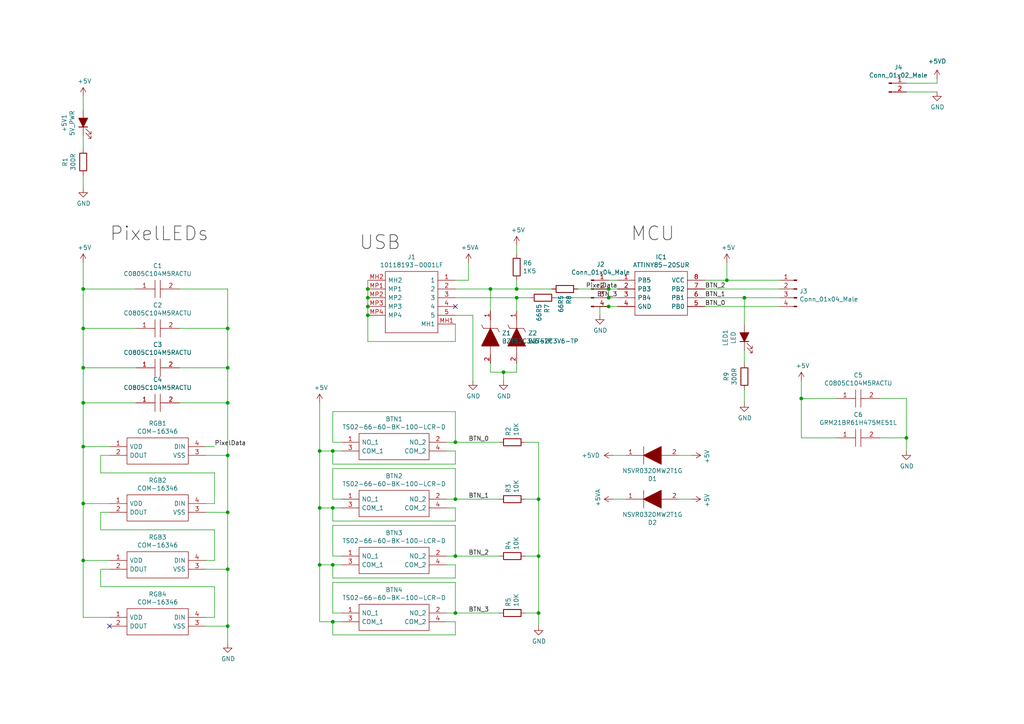
<source format=kicad_sch>
(kicad_sch (version 20230121) (generator eeschema)
  (paper "A4")
  (lib_symbols
    (symbol "CTF_Flag-rescue:10118193-0001LF-SamacSys_Parts" (pin_names (offset 0.762))
      (property "Reference" "J" (at 21.59 7.62 0))
      (property "Value" "SamacSys_Parts_10118193-0001LF" (at 21.59 5.08 0))
      (symbol "10118193-0001LF-SamacSys_Parts_0_0"
        (pin passive line (at 0 0 0) (length 5.08) (name "1") (number "1"))
        (pin passive line (at 0 -2.54 0) (length 5.08) (name "2") (number "2"))
        (pin passive line (at 0 -5.08 0) (length 5.08) (name "3") (number "3"))
        (pin passive line (at 0 -7.62 0) (length 5.08) (name "4") (number "4"))
        (pin passive line (at 0 -10.16 0) (length 5.08) (name "5") (number "5"))
        (pin passive line (at 0 -12.7 0) (length 5.08) (name "MH1") (number "MH1"))
        (pin passive line (at 25.4 0 180) (length 5.08) (name "MH2") (number "MH2"))
        (pin passive line (at 25.4 -2.54 180) (length 5.08) (name "MP1") (number "MP1"))
        (pin passive line (at 25.4 -5.08 180) (length 5.08) (name "MP2") (number "MP2"))
        (pin passive line (at 25.4 -7.62 180) (length 5.08) (name "MP3") (number "MP3"))
        (pin passive line (at 25.4 -10.16 180) (length 5.08) (name "MP4") (number "MP4"))
      )
      (symbol "10118193-0001LF-SamacSys_Parts_0_1"
        (polyline (pts (xy 5.08 2.54) (xy 20.32 2.54) (xy 20.32 -15.24) (xy 5.08 -15.24) (xy 5.08 2.54)) (stroke (width 0.1524)))
      )
    )
    (symbol "CTF_Flag-rescue:ATTINY85-20SUR-SamacSys_Parts" (pin_names (offset 0.762))
      (property "Reference" "IC" (at 21.59 7.62 0))
      (property "Value" "SamacSys_Parts_ATTINY85-20SUR" (at 21.59 5.08 0))
      (symbol "ATTINY85-20SUR-SamacSys_Parts_0_0"
        (pin passive line (at 0 0 0) (length 5.08) (name "PB5") (number "1"))
        (pin passive line (at 0 -2.54 0) (length 5.08) (name "PB3") (number "2"))
        (pin passive line (at 0 -5.08 0) (length 5.08) (name "PB4") (number "3"))
        (pin passive line (at 0 -7.62 0) (length 5.08) (name "GND") (number "4"))
        (pin passive line (at 25.4 -7.62 180) (length 5.08) (name "PB0") (number "5"))
        (pin passive line (at 25.4 -5.08 180) (length 5.08) (name "PB1") (number "6"))
        (pin passive line (at 25.4 -2.54 180) (length 5.08) (name "PB2") (number "7"))
        (pin passive line (at 25.4 0 180) (length 5.08) (name "VCC") (number "8"))
      )
      (symbol "ATTINY85-20SUR-SamacSys_Parts_0_1"
        (polyline (pts (xy 5.08 2.54) (xy 20.32 2.54) (xy 20.32 -10.16) (xy 5.08 -10.16) (xy 5.08 2.54)) (stroke (width 0.1524)))
      )
    )
    (symbol "CTF_Flag-rescue:BZT52C3V6-TP-SamacSys_Parts" (pin_names (offset 0.762))
      (property "Reference" "Z" (at 10.16 8.89 0))
      (property "Value" "SamacSys_Parts_BZT52C3V6-TP" (at 10.16 6.35 0))
      (symbol "BZT52C3V6-TP-SamacSys_Parts_0_0"
        (pin passive line (at 0 0 0) (length 2.54) (name "~") (number "1"))
        (pin passive line (at 15.24 0 180) (length 2.54) (name "~") (number "2"))
      )
      (symbol "BZT52C3V6-TP-SamacSys_Parts_0_1"
        (polyline (pts (xy 2.54 0) (xy 5.08 0)) (stroke (width 0.1524)))
        (polyline (pts (xy 4.064 -2.54) (xy 5.08 -2.032)) (stroke (width 0.1524)))
        (polyline (pts (xy 5.08 2.032) (xy 5.08 -2.032)) (stroke (width 0.1524)))
        (polyline (pts (xy 5.08 2.032) (xy 6.096 2.54)) (stroke (width 0.1524)))
        (polyline (pts (xy 12.7 0) (xy 10.16 0)) (stroke (width 0.1524)))
        (polyline (pts (xy 5.08 0) (xy 10.16 2.54) (xy 10.16 -2.54) (xy 5.08 0)) (stroke (width 0.254)) (fill (type outline)))
      )
    )
    (symbol "CTF_Flag-rescue:C0805C104M5RACTU-SamacSys_Parts" (pin_names (offset 0.762))
      (property "Reference" "C" (at 8.89 6.35 0))
      (property "Value" "SamacSys_Parts_C0805C104M5RACTU" (at 8.89 3.81 0))
      (symbol "C0805C104M5RACTU-SamacSys_Parts_0_0"
        (pin passive line (at 0 0 0) (length 5.08) (name "~") (number "1"))
        (pin passive line (at 12.7 0 180) (length 5.08) (name "~") (number "2"))
      )
      (symbol "C0805C104M5RACTU-SamacSys_Parts_0_1"
        (polyline (pts (xy 5.08 0) (xy 5.588 0)) (stroke (width 0.1524)))
        (polyline (pts (xy 5.588 2.54) (xy 5.588 -2.54)) (stroke (width 0.1524)))
        (polyline (pts (xy 7.112 0) (xy 7.62 0)) (stroke (width 0.1524)))
        (polyline (pts (xy 7.112 2.54) (xy 7.112 -2.54)) (stroke (width 0.1524)))
      )
    )
    (symbol "CTF_Flag-rescue:COM-16346-SamacSys_Parts" (pin_names (offset 0.762))
      (property "Reference" "IC" (at 24.13 7.62 0))
      (property "Value" "SamacSys_Parts_COM-16346" (at 24.13 5.08 0))
      (symbol "COM-16346-SamacSys_Parts_0_0"
        (pin passive line (at 0 0 0) (length 5.08) (name "VDD") (number "1"))
        (pin passive line (at 0 -2.54 0) (length 5.08) (name "DOUT") (number "2"))
        (pin passive line (at 27.94 -2.54 180) (length 5.08) (name "VSS") (number "3"))
        (pin passive line (at 27.94 0 180) (length 5.08) (name "DIN") (number "4"))
      )
      (symbol "COM-16346-SamacSys_Parts_0_1"
        (polyline (pts (xy 5.08 2.54) (xy 22.86 2.54) (xy 22.86 -5.08) (xy 5.08 -5.08) (xy 5.08 2.54)) (stroke (width 0.1524)))
      )
    )
    (symbol "CTF_Flag-rescue:Conn_01x02_Male-Connector" (pin_names (offset 1.016) hide)
      (property "Reference" "J" (at 0 2.54 0))
      (property "Value" "Connector_Conn_01x02_Male" (at 0 -5.08 0))
      (symbol "Conn_01x02_Male-Connector_1_1"
        (polyline (pts (xy 1.27 -2.54) (xy 0.8636 -2.54)) (stroke (width 0.1524)))
        (polyline (pts (xy 1.27 0) (xy 0.8636 0)) (stroke (width 0.1524)))
        (rectangle (start 0.8636 -2.413) (end 0 -2.667) (stroke (width 0.1524)) (fill (type outline)))
        (rectangle (start 0.8636 0.127) (end 0 -0.127) (stroke (width 0.1524)) (fill (type outline)))
        (pin passive line (at 5.08 0 180) (length 3.81) (name "Pin_1") (number "1"))
        (pin passive line (at 5.08 -2.54 180) (length 3.81) (name "Pin_2") (number "2"))
      )
    )
    (symbol "CTF_Flag-rescue:Conn_01x04_Male-Connector" (pin_names (offset 1.016) hide)
      (property "Reference" "J" (at 0 5.08 0))
      (property "Value" "Connector_Conn_01x04_Male" (at 0 -7.62 0))
      (symbol "Conn_01x04_Male-Connector_1_1"
        (polyline (pts (xy 1.27 -5.08) (xy 0.8636 -5.08)) (stroke (width 0.1524)))
        (polyline (pts (xy 1.27 -2.54) (xy 0.8636 -2.54)) (stroke (width 0.1524)))
        (polyline (pts (xy 1.27 0) (xy 0.8636 0)) (stroke (width 0.1524)))
        (polyline (pts (xy 1.27 2.54) (xy 0.8636 2.54)) (stroke (width 0.1524)))
        (rectangle (start 0.8636 -4.953) (end 0 -5.207) (stroke (width 0.1524)) (fill (type outline)))
        (rectangle (start 0.8636 -2.413) (end 0 -2.667) (stroke (width 0.1524)) (fill (type outline)))
        (rectangle (start 0.8636 0.127) (end 0 -0.127) (stroke (width 0.1524)) (fill (type outline)))
        (rectangle (start 0.8636 2.667) (end 0 2.413) (stroke (width 0.1524)) (fill (type outline)))
        (pin passive line (at 5.08 2.54 180) (length 3.81) (name "Pin_1") (number "1"))
        (pin passive line (at 5.08 0 180) (length 3.81) (name "Pin_2") (number "2"))
        (pin passive line (at 5.08 -2.54 180) (length 3.81) (name "Pin_3") (number "3"))
        (pin passive line (at 5.08 -5.08 180) (length 3.81) (name "Pin_4") (number "4"))
      )
    )
    (symbol "CTF_Flag-rescue:GRM21BR61H475ME51L-SamacSys_Parts" (pin_names (offset 0.762))
      (property "Reference" "C" (at 8.89 6.35 0))
      (property "Value" "SamacSys_Parts_GRM21BR61H475ME51L" (at 8.89 3.81 0))
      (symbol "GRM21BR61H475ME51L-SamacSys_Parts_0_0"
        (pin passive line (at 0 0 0) (length 5.08) (name "~") (number "1"))
        (pin passive line (at 12.7 0 180) (length 5.08) (name "~") (number "2"))
      )
      (symbol "GRM21BR61H475ME51L-SamacSys_Parts_0_1"
        (polyline (pts (xy 5.08 0) (xy 5.588 0)) (stroke (width 0.1524)))
        (polyline (pts (xy 5.588 2.54) (xy 5.588 -2.54)) (stroke (width 0.1524)))
        (polyline (pts (xy 7.112 0) (xy 7.62 0)) (stroke (width 0.1524)))
        (polyline (pts (xy 7.112 2.54) (xy 7.112 -2.54)) (stroke (width 0.1524)))
      )
    )
    (symbol "CTF_Flag-rescue:LED_ALT-Device" (pin_numbers hide) (pin_names (offset 1.016) hide)
      (property "Reference" "D" (at 0 2.54 0))
      (property "Value" "Device_LED_ALT" (at 0 -2.54 0))
      (symbol "LED_ALT-Device_0_1"
        (polyline (pts (xy -1.27 -1.27) (xy -1.27 1.27)) (stroke (width 0.254)))
        (polyline (pts (xy -1.27 0) (xy 1.27 0)))
        (polyline (pts (xy 1.27 -1.27) (xy 1.27 1.27) (xy -1.27 0) (xy 1.27 -1.27)) (stroke (width 0.254)) (fill (type outline)))
        (polyline (pts (xy -3.048 -0.762) (xy -4.572 -2.286) (xy -3.81 -2.286) (xy -4.572 -2.286) (xy -4.572 -1.524)))
        (polyline (pts (xy -1.778 -0.762) (xy -3.302 -2.286) (xy -2.54 -2.286) (xy -3.302 -2.286) (xy -3.302 -1.524)))
      )
      (symbol "LED_ALT-Device_1_1"
        (pin passive line (at -3.81 0 0) (length 2.54) (name "K") (number "1"))
        (pin passive line (at 3.81 0 180) (length 2.54) (name "A") (number "2"))
      )
    )
    (symbol "CTF_Flag-rescue:NSVR0320MW2T1G-SamacSys_Parts" (pin_names (offset 0.762))
      (property "Reference" "D" (at 11.43 5.08 0))
      (property "Value" "SamacSys_Parts_NSVR0320MW2T1G" (at 11.43 2.54 0))
      (symbol "NSVR0320MW2T1G-SamacSys_Parts_0_0"
        (pin passive line (at 0 0 0) (length 2.54) (name "~") (number "1"))
        (pin passive line (at 15.24 0 180) (length 2.54) (name "~") (number "2"))
      )
      (symbol "NSVR0320MW2T1G-SamacSys_Parts_0_1"
        (polyline (pts (xy 2.54 0) (xy 5.08 0)) (stroke (width 0.1524)))
        (polyline (pts (xy 5.08 2.54) (xy 5.08 -2.54)) (stroke (width 0.1524)))
        (polyline (pts (xy 10.16 0) (xy 12.7 0)) (stroke (width 0.1524)))
        (polyline (pts (xy 5.08 0) (xy 10.16 2.54) (xy 10.16 -2.54) (xy 5.08 0)) (stroke (width 0.254)) (fill (type outline)))
      )
    )
    (symbol "Device:R" (pin_numbers hide) (pin_names (offset 0))
      (property "Reference" "R" (at 2.032 0 90))
      (property "Value" "R" (at 0 0 90))
      (symbol "R_0_1"
        (rectangle (start -1.016 -2.54) (end 1.016 2.54) (stroke (width 0.254)))
      )
      (symbol "R_1_1"
        (pin passive line (at 0 3.81 270) (length 1.27) (name "~") (number "1"))
        (pin passive line (at 0 -3.81 90) (length 1.27) (name "~") (number "2"))
      )
    )
    (symbol "SamacSys_Parts:TS02-66-60-BK-100-LCR-D" (pin_names (offset 0.762))
      (property "Reference" "IC" (at 26.67 7.62 0))
      (property "Value" "TS02-66-60-BK-100-LCR-D" (at 26.67 5.08 0))
      (symbol "TS02-66-60-BK-100-LCR-D_0_0"
        (pin passive line (at 0 0 0) (length 5.08) (name "NO_1") (number "1"))
        (pin passive line (at 30.48 0 180) (length 5.08) (name "NO_2") (number "2"))
        (pin passive line (at 0 -2.54 0) (length 5.08) (name "COM_1") (number "3"))
        (pin passive line (at 30.48 -2.54 180) (length 5.08) (name "COM_2") (number "4"))
      )
      (symbol "TS02-66-60-BK-100-LCR-D_0_1"
        (polyline (pts (xy 5.08 2.54) (xy 25.4 2.54) (xy 25.4 -5.08) (xy 5.08 -5.08) (xy 5.08 2.54)) (stroke (width 0.1524)))
      )
    )
    (symbol "power:+5V" (power) (pin_names (offset 0))
      (property "Value" "+5V" (at 0 3.556 0))
      (symbol "+5V_0_1"
        (polyline (pts (xy -0.762 1.27) (xy 0 2.54)))
        (polyline (pts (xy 0 0) (xy 0 2.54)))
        (polyline (pts (xy 0 2.54) (xy 0.762 1.27)))
      )
      (symbol "+5V_1_1"
        (pin power_in line (at 0 0 90) (length 0) hide (name "+5V") (number "1"))
      )
    )
    (symbol "power:+5VA" (power) (pin_names (offset 0))
      (property "Value" "+5VA" (at 0 3.556 0))
      (symbol "+5VA_0_1"
        (polyline (pts (xy -0.762 1.27) (xy 0 2.54)))
        (polyline (pts (xy 0 0) (xy 0 2.54)))
        (polyline (pts (xy 0 2.54) (xy 0.762 1.27)))
      )
      (symbol "+5VA_1_1"
        (pin power_in line (at 0 0 90) (length 0) hide (name "+5VA") (number "1"))
      )
    )
    (symbol "power:+5VD" (power) (pin_names (offset 0))
      (property "Value" "+5VD" (at 0 3.556 0))
      (symbol "+5VD_0_1"
        (polyline (pts (xy -0.762 1.27) (xy 0 2.54)))
        (polyline (pts (xy 0 0) (xy 0 2.54)))
        (polyline (pts (xy 0 2.54) (xy 0.762 1.27)))
      )
      (symbol "+5VD_1_1"
        (pin power_in line (at 0 0 90) (length 0) hide (name "+5VD") (number "1"))
      )
    )
    (symbol "power:GND" (power) (pin_names (offset 0))
      (property "Value" "GND" (at 0 -3.81 0))
      (symbol "GND_0_1"
        (polyline (pts (xy 0 0) (xy 0 -1.27) (xy 1.27 -1.27) (xy 0 -2.54) (xy -1.27 -1.27) (xy 0 -1.27)))
      )
      (symbol "GND_1_1"
        (pin power_in line (at 0 0 270) (length 0) hide (name "GND") (number "1"))
      )
    )
  )
  (junction (at 66.04 165.1))
  (junction (at 24.13 106.68))
  (junction (at 262.89 127))
  (junction (at 92.71 163.83))
  (junction (at 96.52 180.34))
  (junction (at 24.13 146.05))
  (junction (at 132.08 128.27))
  (junction (at 156.21 161.29))
  (junction (at 24.13 116.84))
  (junction (at 176.53 88.9))
  (junction (at 176.53 86.36))
  (junction (at 215.9 86.36))
  (junction (at 92.71 147.32))
  (junction (at 66.04 106.68))
  (junction (at 66.04 95.25))
  (junction (at 96.52 130.81))
  (junction (at 66.04 181.61))
  (junction (at 149.86 86.36))
  (junction (at 66.04 148.59))
  (junction (at 176.53 83.82))
  (junction (at 96.52 163.83))
  (junction (at 66.04 132.08))
  (junction (at 106.68 91.44))
  (junction (at 156.21 177.8))
  (junction (at 24.13 162.56))
  (junction (at 146.05 107.95))
  (junction (at 156.21 144.78))
  (junction (at 96.52 147.32))
  (junction (at 106.68 88.9))
  (junction (at 149.86 83.82))
  (junction (at 132.08 177.8))
  (junction (at 24.13 129.54))
  (junction (at 24.13 95.25))
  (junction (at 24.13 83.82))
  (junction (at 232.41 115.57))
  (junction (at 132.08 144.78))
  (junction (at 210.82 81.28))
  (junction (at 106.68 83.82))
  (junction (at 142.24 83.82))
  (junction (at 66.04 116.84))
  (junction (at 132.08 161.29))
  (junction (at 92.71 130.81))
  (junction (at 106.68 86.36))
  (no_connect (at 31.75 181.61))
  (no_connect (at 132.08 88.9))
  (wire (pts (xy 96.52 119.38) (xy 132.08 119.38)))
  (wire (pts (xy 52.07 116.84) (xy 66.04 116.84)))
  (wire (pts (xy 132.08 152.4) (xy 132.08 161.29)))
  (wire (pts (xy 96.52 163.83) (xy 99.06 163.83)))
  (wire (pts (xy 226.06 81.28) (xy 210.82 81.28)))
  (wire (pts (xy 52.07 106.68) (xy 66.04 106.68)))
  (wire (pts (xy 132.08 128.27) (xy 129.54 128.27)))
  (wire (pts (xy 215.9 86.36) (xy 226.06 86.36)))
  (wire (pts (xy 271.78 22.86) (xy 271.78 24.13)))
  (wire (pts (xy 179.07 81.28) (xy 176.53 81.28)))
  (wire (pts (xy 242.57 127) (xy 232.41 127)))
  (wire (pts (xy 92.71 130.81) (xy 92.71 147.32)))
  (wire (pts (xy 96.52 128.27) (xy 96.52 119.38)))
  (wire (pts (xy 31.75 165.1) (xy 29.21 165.1)))
  (wire (pts (xy 129.54 147.32) (xy 132.08 147.32)))
  (wire (pts (xy 24.13 95.25) (xy 24.13 83.82)))
  (wire (pts (xy 129.54 180.34) (xy 132.08 180.34)))
  (wire (pts (xy 96.52 180.34) (xy 92.71 180.34)))
  (wire (pts (xy 204.47 83.82) (xy 226.06 83.82)))
  (wire (pts (xy 132.08 99.06) (xy 106.68 99.06)))
  (wire (pts (xy 31.75 132.08) (xy 29.21 132.08)))
  (wire (pts (xy 31.75 179.07) (xy 24.13 179.07)))
  (wire (pts (xy 152.4 177.8) (xy 156.21 177.8)))
  (wire (pts (xy 215.9 113.03) (xy 215.9 116.84)))
  (wire (pts (xy 96.52 130.81) (xy 99.06 130.81)))
  (wire (pts (xy 92.71 147.32) (xy 96.52 147.32)))
  (wire (pts (xy 62.23 153.67) (xy 62.23 162.56)))
  (wire (pts (xy 156.21 161.29) (xy 156.21 144.78)))
  (wire (pts (xy 62.23 162.56) (xy 59.69 162.56)))
  (wire (pts (xy 29.21 132.08) (xy 29.21 137.16)))
  (wire (pts (xy 156.21 144.78) (xy 152.4 144.78)))
  (wire (pts (xy 59.69 165.1) (xy 66.04 165.1)))
  (wire (pts (xy 132.08 184.15) (xy 96.52 184.15)))
  (wire (pts (xy 255.27 127) (xy 262.89 127)))
  (wire (pts (xy 132.08 180.34) (xy 132.08 184.15)))
  (wire (pts (xy 132.08 81.28) (xy 135.89 81.28)))
  (wire (pts (xy 149.86 81.28) (xy 149.86 83.82)))
  (wire (pts (xy 132.08 161.29) (xy 144.78 161.29)))
  (wire (pts (xy 106.68 83.82) (xy 106.68 81.28)))
  (wire (pts (xy 24.13 39.37) (xy 24.13 43.18)))
  (wire (pts (xy 66.04 132.08) (xy 66.04 148.59)))
  (wire (pts (xy 31.75 129.54) (xy 24.13 129.54)))
  (wire (pts (xy 96.52 130.81) (xy 92.71 130.81)))
  (wire (pts (xy 142.24 107.95) (xy 146.05 107.95)))
  (wire (pts (xy 132.08 177.8) (xy 129.54 177.8)))
  (wire (pts (xy 92.71 163.83) (xy 92.71 147.32)))
  (wire (pts (xy 66.04 116.84) (xy 66.04 132.08)))
  (wire (pts (xy 129.54 130.81) (xy 132.08 130.81)))
  (wire (pts (xy 66.04 186.69) (xy 66.04 181.61)))
  (wire (pts (xy 62.23 137.16) (xy 62.23 146.05)))
  (wire (pts (xy 156.21 177.8) (xy 156.21 181.61)))
  (wire (pts (xy 96.52 163.83) (xy 92.71 163.83)))
  (wire (pts (xy 149.86 107.95) (xy 149.86 105.41)))
  (wire (pts (xy 153.67 86.36) (xy 149.86 86.36)))
  (wire (pts (xy 132.08 93.98) (xy 132.08 99.06)))
  (wire (pts (xy 52.07 95.25) (xy 66.04 95.25)))
  (wire (pts (xy 24.13 106.68) (xy 24.13 95.25)))
  (wire (pts (xy 29.21 165.1) (xy 29.21 170.18)))
  (wire (pts (xy 24.13 76.2) (xy 24.13 83.82)))
  (wire (pts (xy 99.06 144.78) (xy 96.52 144.78)))
  (wire (pts (xy 132.08 130.81) (xy 132.08 134.62)))
  (wire (pts (xy 149.86 83.82) (xy 160.02 83.82)))
  (wire (pts (xy 177.8 144.78) (xy 181.61 144.78)))
  (wire (pts (xy 99.06 177.8) (xy 96.52 177.8)))
  (wire (pts (xy 29.21 153.67) (xy 62.23 153.67)))
  (wire (pts (xy 62.23 179.07) (xy 59.69 179.07)))
  (wire (pts (xy 146.05 110.49) (xy 146.05 107.95)))
  (wire (pts (xy 132.08 144.78) (xy 144.78 144.78)))
  (wire (pts (xy 62.23 170.18) (xy 62.23 179.07)))
  (wire (pts (xy 262.89 115.57) (xy 262.89 127)))
  (wire (pts (xy 24.13 179.07) (xy 24.13 162.56)))
  (wire (pts (xy 132.08 151.13) (xy 96.52 151.13)))
  (wire (pts (xy 176.53 88.9) (xy 173.99 88.9)))
  (wire (pts (xy 59.69 129.54) (xy 62.23 129.54)))
  (wire (pts (xy 96.52 184.15) (xy 96.52 180.34)))
  (wire (pts (xy 204.47 81.28) (xy 210.82 81.28)))
  (wire (pts (xy 106.68 86.36) (xy 106.68 83.82)))
  (wire (pts (xy 132.08 177.8) (xy 144.78 177.8)))
  (wire (pts (xy 106.68 91.44) (xy 106.68 88.9)))
  (wire (pts (xy 96.52 135.89) (xy 132.08 135.89)))
  (wire (pts (xy 62.23 146.05) (xy 59.69 146.05)))
  (wire (pts (xy 24.13 116.84) (xy 24.13 106.68)))
  (wire (pts (xy 92.71 180.34) (xy 92.71 163.83)))
  (wire (pts (xy 39.37 95.25) (xy 24.13 95.25)))
  (wire (pts (xy 142.24 83.82) (xy 142.24 90.17)))
  (wire (pts (xy 173.99 88.9) (xy 173.99 91.44)))
  (wire (pts (xy 29.21 148.59) (xy 29.21 153.67)))
  (wire (pts (xy 156.21 177.8) (xy 156.21 161.29)))
  (wire (pts (xy 132.08 144.78) (xy 129.54 144.78)))
  (wire (pts (xy 132.08 135.89) (xy 132.08 144.78)))
  (wire (pts (xy 29.21 137.16) (xy 62.23 137.16)))
  (wire (pts (xy 96.52 152.4) (xy 132.08 152.4)))
  (wire (pts (xy 132.08 167.64) (xy 96.52 167.64)))
  (wire (pts (xy 152.4 128.27) (xy 156.21 128.27)))
  (wire (pts (xy 255.27 115.57) (xy 262.89 115.57)))
  (wire (pts (xy 96.52 147.32) (xy 99.06 147.32)))
  (wire (pts (xy 262.89 26.67) (xy 271.78 26.67)))
  (wire (pts (xy 156.21 128.27) (xy 156.21 144.78)))
  (wire (pts (xy 232.41 127) (xy 232.41 115.57)))
  (wire (pts (xy 24.13 129.54) (xy 24.13 116.84)))
  (wire (pts (xy 132.08 134.62) (xy 96.52 134.62)))
  (wire (pts (xy 39.37 106.68) (xy 24.13 106.68)))
  (wire (pts (xy 29.21 170.18) (xy 62.23 170.18)))
  (wire (pts (xy 215.9 86.36) (xy 215.9 93.98)))
  (wire (pts (xy 24.13 31.75) (xy 24.13 27.94)))
  (wire (pts (xy 24.13 162.56) (xy 31.75 162.56)))
  (wire (pts (xy 146.05 107.95) (xy 149.86 107.95)))
  (wire (pts (xy 59.69 132.08) (xy 66.04 132.08)))
  (wire (pts (xy 66.04 95.25) (xy 66.04 83.82)))
  (wire (pts (xy 96.52 180.34) (xy 99.06 180.34)))
  (wire (pts (xy 96.52 151.13) (xy 96.52 147.32)))
  (wire (pts (xy 210.82 81.28) (xy 210.82 76.2)))
  (wire (pts (xy 132.08 128.27) (xy 144.78 128.27)))
  (wire (pts (xy 66.04 106.68) (xy 66.04 116.84)))
  (wire (pts (xy 196.85 132.08) (xy 200.66 132.08)))
  (wire (pts (xy 132.08 119.38) (xy 132.08 128.27)))
  (wire (pts (xy 106.68 99.06) (xy 106.68 91.44)))
  (wire (pts (xy 149.86 71.12) (xy 149.86 73.66)))
  (wire (pts (xy 179.07 86.36) (xy 176.53 86.36)))
  (wire (pts (xy 66.04 181.61) (xy 66.04 165.1)))
  (wire (pts (xy 132.08 83.82) (xy 142.24 83.82)))
  (wire (pts (xy 66.04 95.25) (xy 66.04 106.68)))
  (wire (pts (xy 179.07 83.82) (xy 176.53 83.82)))
  (wire (pts (xy 137.16 91.44) (xy 132.08 91.44)))
  (wire (pts (xy 66.04 165.1) (xy 66.04 148.59)))
  (wire (pts (xy 149.86 86.36) (xy 149.86 90.17)))
  (wire (pts (xy 31.75 146.05) (xy 24.13 146.05)))
  (wire (pts (xy 96.52 152.4) (xy 96.52 161.29)))
  (wire (pts (xy 262.89 130.81) (xy 262.89 127)))
  (wire (pts (xy 232.41 110.49) (xy 232.41 115.57)))
  (wire (pts (xy 66.04 148.59) (xy 59.69 148.59)))
  (wire (pts (xy 96.52 177.8) (xy 96.52 168.91)))
  (wire (pts (xy 226.06 88.9) (xy 204.47 88.9)))
  (wire (pts (xy 96.52 144.78) (xy 96.52 135.89)))
  (wire (pts (xy 24.13 83.82) (xy 39.37 83.82)))
  (wire (pts (xy 137.16 110.49) (xy 137.16 91.44)))
  (wire (pts (xy 204.47 86.36) (xy 215.9 86.36)))
  (wire (pts (xy 24.13 146.05) (xy 24.13 162.56)))
  (wire (pts (xy 96.52 167.64) (xy 96.52 163.83)))
  (wire (pts (xy 24.13 50.8) (xy 24.13 54.61)))
  (wire (pts (xy 262.89 24.13) (xy 271.78 24.13)))
  (wire (pts (xy 132.08 163.83) (xy 132.08 167.64)))
  (wire (pts (xy 196.85 144.78) (xy 200.66 144.78)))
  (wire (pts (xy 92.71 116.84) (xy 92.71 130.81)))
  (wire (pts (xy 39.37 116.84) (xy 24.13 116.84)))
  (wire (pts (xy 232.41 115.57) (xy 242.57 115.57)))
  (wire (pts (xy 96.52 134.62) (xy 96.52 130.81)))
  (wire (pts (xy 132.08 168.91) (xy 132.08 177.8)))
  (wire (pts (xy 152.4 161.29) (xy 156.21 161.29)))
  (wire (pts (xy 149.86 86.36) (xy 132.08 86.36)))
  (wire (pts (xy 132.08 147.32) (xy 132.08 151.13)))
  (wire (pts (xy 96.52 168.91) (xy 132.08 168.91)))
  (wire (pts (xy 167.64 83.82) (xy 176.53 83.82)))
  (wire (pts (xy 24.13 129.54) (xy 24.13 146.05)))
  (wire (pts (xy 142.24 83.82) (xy 149.86 83.82)))
  (wire (pts (xy 66.04 83.82) (xy 52.07 83.82)))
  (wire (pts (xy 106.68 88.9) (xy 106.68 86.36)))
  (wire (pts (xy 129.54 163.83) (xy 132.08 163.83)))
  (wire (pts (xy 215.9 101.6) (xy 215.9 105.41)))
  (wire (pts (xy 99.06 161.29) (xy 96.52 161.29)))
  (wire (pts (xy 59.69 181.61) (xy 66.04 181.61)))
  (wire (pts (xy 129.54 161.29) (xy 132.08 161.29)))
  (wire (pts (xy 135.89 76.2) (xy 135.89 81.28)))
  (wire (pts (xy 99.06 128.27) (xy 96.52 128.27)))
  (wire (pts (xy 179.07 88.9) (xy 176.53 88.9)))
  (wire (pts (xy 177.8 132.08) (xy 181.61 132.08)))
  (wire (pts (xy 161.29 86.36) (xy 176.53 86.36)))
  (wire (pts (xy 142.24 105.41) (xy 142.24 107.95)))
  (wire (pts (xy 31.75 148.59) (xy 29.21 148.59)))
  (label "PixelData" (at 62.23 129.54 0))
  (label "BTN_3" (at 179.07 86.36 180))
  (label "BTN_1" (at 135.89 144.78 0))
  (label "USB" (at 104.14 73.66 0) (effects (font (size 3.9878 3.9878))))
  (label "PixelData" (at 179.07 83.82 180))
  (label "PixelLEDs" (at 31.75 71.12 0) (effects (font (size 3.9878 3.9878))))
  (label "BTN_1" (at 204.47 86.36 0))
  (label "MCU" (at 182.88 71.12 0) (effects (font (size 3.9878 3.9878))))
  (label "BTN_2" (at 204.47 83.82 0))
  (label "BTN_3" (at 135.89 177.8 0))
  (label "BTN_0" (at 135.89 128.27 0))
  (label "BTN_2" (at 135.89 161.29 0))
  (label "BTN_0" (at 204.47 88.9 0))
  (symbol (lib_id "CTF_Flag-rescue:GRM21BR61H475ME51L-SamacSys_Parts") (at 242.57 127 0) (unit 1)
    (property "Reference" "C6" (at 248.92 120.269 0))
    (property "Value" "GRM21BR61H475ME51L" (at 248.92 122.5804 0))
    (property "Footprint" "SamacSys_Parts:CAPC2012X145N" (effects hide))
    (property "Datasheet" "http://www.murata.com/~/media/webrenewal/support/library/catalog/products/capacitor/mlcc/c02e.pdf" (effects hide))
    (property "Description" "Multilayer Ceramic Capacitors MLCC - SMD/SMT 0805 4.7uF 50volts X5R 20%" (effects hide))
    (property "Height" "1.45" (effects hide))
    (property "Mouser Part Number" "81-GRM21BR61H475M51L" (effects hide))
    (property "Mouser Price/Stock" "https://www.mouser.co.uk/ProductDetail/Murata-Electronics/GRM21BR61H475ME51L?qs=eeBpzGFlv%252B%2Fg0wAeHy0eJw%3D%3D" (effects hide))
    (property "Manufacturer_Name" "Murata Electronics" (effects hide))
    (property "Manufacturer_Part_Number" "GRM21BR61H475ME51L" (effects hide))
  )
  (symbol (lib_id "power:+5V") (at 232.41 110.49 0) (unit 1)
    (property "Reference" "#PWR018" (effects hide))
    (property "Value" "+5V" (at 232.791 106.0958 0))
  )
  (symbol (lib_id "power:GND") (at 215.9 116.84 0) (unit 1)
    (property "Reference" "#PWR017" (effects hide))
    (property "Value" "GND" (at 216.027 121.2342 0))
  )
  (symbol (lib_id "CTF_Flag-rescue:NSVR0320MW2T1G-SamacSys_Parts") (at 181.61 132.08 0) (mirror x) (unit 1)
    (property "Reference" "D1" (at 189.23 138.8618 0))
    (property "Value" "NSVR0320MW2T1G" (at 189.23 136.5504 0))
    (property "Footprint" "SamacSys_Parts:SOD2512X110N" (effects hide))
    (property "Datasheet" "https://componentsearchengine.com/Datasheets/2/NSVR0320MW2T1G.pdf" (effects hide))
    (property "Description" "ON Semi 23V 1A, Diode, 2-Pin SOD-323 NSVR0320MW2T1G" (effects hide))
    (property "Height" "1.1" (effects hide))
    (property "Mouser Part Number" "863-NSVR0320MW2T1G" (effects hide))
    (property "Mouser Price/Stock" "https://www.mouser.co.uk/ProductDetail/onsemi/NSVR0320MW2T1G?qs=3PKVEWFFm2%252Blklj5rxaP5g%3D%3D" (effects hide))
    (property "Manufacturer_Name" "onsemi" (effects hide))
    (property "Manufacturer_Part_Number" "NSVR0320MW2T1G" (effects hide))
  )
  (symbol (lib_id "CTF_Flag-rescue:C0805C104M5RACTU-SamacSys_Parts") (at 39.37 95.25 0) (unit 1)
    (property "Reference" "C2" (at 45.72 88.519 0))
    (property "Value" "C0805C104M5RACTU" (at 45.72 90.8304 0))
    (property "Footprint" "SamacSys_Parts:C0805" (effects hide))
    (property "Datasheet" "https://content.kemet.com/datasheets/KEM_C1002_X7R_SMD.pdf" (effects hide))
    (property "Description" "SMD Comm X7R, Ceramic, 0.1 uF, 20%, 50 VDC, 125 VDC, 125?C, -55?C, X7R, SMD, MLCC, Temperature Stable, Class II, 2.5 % , 10 GOhms, 11 mg, 0805, 2mm, 1.25mm, 0.78mm, 0.75mm, 0.5mm, 4000, 78  Weeks, 80" (effects hide))
    (property "Height" "1.1" (effects hide))
    (property "Mouser Part Number" "80-C0805C104M5R" (effects hide))
    (property "Mouser Price/Stock" "https://www.mouser.co.uk/ProductDetail/KEMET/C0805C104M5RACTU?qs=VOOUd%252Bza08qHu13WgNByHQ%3D%3D" (effects hide))
    (property "Manufacturer_Name" "KEMET" (effects hide))
    (property "Manufacturer_Part_Number" "C0805C104M5RACTU" (effects hide))
  )
  (symbol (lib_id "power:+5V") (at 210.82 76.2 0) (unit 1)
    (property "Reference" "#PWR016" (effects hide))
    (property "Value" "+5V" (at 211.201 71.8058 0))
  )
  (symbol (lib_id "power:+5VD") (at 271.78 22.86 0) (unit 1)
    (property "Reference" "#PWR020" (effects hide))
    (property "Value" "+5VD" (at 271.78 17.78 0))
  )
  (symbol (lib_id "SamacSys_Parts:TS02-66-60-BK-100-LCR-D") (at 99.06 161.29 0) (unit 1)
    (property "Reference" "BTN3" (at 114.3 154.559 0))
    (property "Value" "TS02-66-60-BK-100-LCR-D" (at 114.3 156.8704 0))
    (property "Footprint" "SamacSys_Parts:TS026660BK100LCRD" (effects hide))
    (property "Datasheet" "https://www.cuidevices.com/product/resource/ts02.pdf" (effects hide))
    (property "Description" "Tactile Switches 6 x 6 mm, 6 mm Act Height, 100 gf, Black, Long Crimped, Through Hole, SPST," (effects hide))
    (property "Height" "6.2" (effects hide))
    (property "Mouser Part Number" "179-TS026660BK100LCR" (effects hide))
    (property "Mouser Price/Stock" "https://www.mouser.co.uk/ProductDetail/CUI-Devices/TS02-66-60-BK-100-LCR-D?qs=A6eO%252BMLsxmQEn9GN9b6zGQ%3D%3D" (effects hide))
    (property "Manufacturer_Name" "CUI Inc." (effects hide))
    (property "Manufacturer_Part_Number" "TS02-66-60-BK-100-LCR-D" (effects hide))
  )
  (symbol (lib_id "CTF_Flag-rescue:COM-16346-SamacSys_Parts") (at 31.75 129.54 0) (unit 1)
    (property "Reference" "RGB1" (at 45.72 122.809 0))
    (property "Value" "COM-16346" (at 45.72 125.1204 0))
    (property "Footprint" "SamacSys_Parts:COM16346" (effects hide))
    (property "Datasheet" "http://cdn.sparkfun.com/datasheets/BreakoutBoards/WS2812B.pdf" (effects hide))
    (property "Description" "LED Lighting Bars and Strips SMD LED - RGB WS2812B (Strip of 50)" (effects hide))
    (property "Height" "2.25" (effects hide))
    (property "Mouser Part Number" "474-COM-16346" (effects hide))
    (property "Mouser Price/Stock" "https://www.mouser.co.uk/ProductDetail/SparkFun/COM-16346?qs=OlC7AqGiEDnspdV1Dchx7w%3D%3D" (effects hide))
    (property "Manufacturer_Name" "SparkFun" (effects hide))
    (property "Manufacturer_Part_Number" "COM-16346" (effects hide))
  )
  (symbol (lib_id "Device:R") (at 149.86 77.47 0) (unit 1)
    (property "Reference" "R6" (at 151.638 76.3016 0) (effects (justify left)))
    (property "Value" "1K5" (at 151.638 78.613 0) (effects (justify left)))
    (property "Footprint" "Resistor_SMD:R_0805_2012Metric" (effects hide))
  )
  (symbol (lib_id "power:GND") (at 262.89 130.81 0) (unit 1)
    (property "Reference" "#PWR019" (effects hide))
    (property "Value" "GND" (at 263.017 135.2042 0))
  )
  (symbol (lib_id "power:+5V") (at 200.66 144.78 270) (unit 1)
    (property "Reference" "#PWR015" (effects hide))
    (property "Value" "+5V" (at 205.0542 145.161 0))
  )
  (symbol (lib_id "power:+5V") (at 24.13 27.94 0) (unit 1)
    (property "Reference" "#PWR01" (effects hide))
    (property "Value" "+5V" (at 24.511 23.5458 0))
  )
  (symbol (lib_id "CTF_Flag-rescue:C0805C104M5RACTU-SamacSys_Parts") (at 39.37 106.68 0) (unit 1)
    (property "Reference" "C3" (at 45.72 99.949 0))
    (property "Value" "C0805C104M5RACTU" (at 45.72 102.2604 0))
    (property "Footprint" "SamacSys_Parts:C0805" (effects hide))
    (property "Datasheet" "https://content.kemet.com/datasheets/KEM_C1002_X7R_SMD.pdf" (effects hide))
    (property "Description" "SMD Comm X7R, Ceramic, 0.1 uF, 20%, 50 VDC, 125 VDC, 125?C, -55?C, X7R, SMD, MLCC, Temperature Stable, Class II, 2.5 % , 10 GOhms, 11 mg, 0805, 2mm, 1.25mm, 0.78mm, 0.75mm, 0.5mm, 4000, 78  Weeks, 80" (effects hide))
    (property "Height" "1.1" (effects hide))
    (property "Mouser Part Number" "80-C0805C104M5R" (effects hide))
    (property "Mouser Price/Stock" "https://www.mouser.co.uk/ProductDetail/KEMET/C0805C104M5RACTU?qs=VOOUd%252Bza08qHu13WgNByHQ%3D%3D" (effects hide))
    (property "Manufacturer_Name" "KEMET" (effects hide))
    (property "Manufacturer_Part_Number" "C0805C104M5RACTU" (effects hide))
  )
  (symbol (lib_id "SamacSys_Parts:TS02-66-60-BK-100-LCR-D") (at 99.06 144.78 0) (unit 1)
    (property "Reference" "BTN2" (at 114.3 138.049 0))
    (property "Value" "TS02-66-60-BK-100-LCR-D" (at 114.3 140.3604 0))
    (property "Footprint" "SamacSys_Parts:TS026660BK100LCRD" (effects hide))
    (property "Datasheet" "https://www.cuidevices.com/product/resource/ts02.pdf" (effects hide))
    (property "Description" "Tactile Switches 6 x 6 mm, 6 mm Act Height, 100 gf, Black, Long Crimped, Through Hole, SPST," (effects hide))
    (property "Height" "6.2" (effects hide))
    (property "Mouser Part Number" "179-TS026660BK100LCR" (effects hide))
    (property "Mouser Price/Stock" "https://www.mouser.co.uk/ProductDetail/CUI-Devices/TS02-66-60-BK-100-LCR-D?qs=A6eO%252BMLsxmQEn9GN9b6zGQ%3D%3D" (effects hide))
    (property "Manufacturer_Name" "CUI Inc." (effects hide))
    (property "Manufacturer_Part_Number" "TS02-66-60-BK-100-LCR-D" (effects hide))
  )
  (symbol (lib_id "Device:R") (at 215.9 109.22 0) (unit 1)
    (property "Reference" "R9" (at 210.6422 109.22 90))
    (property "Value" "300R" (at 212.9536 109.22 90))
    (property "Footprint" "Resistor_SMD:R_0805_2012Metric" (effects hide))
  )
  (symbol (lib_id "CTF_Flag-rescue:ATTINY85-20SUR-SamacSys_Parts") (at 179.07 81.28 0) (unit 1)
    (property "Reference" "IC1" (at 191.77 74.549 0))
    (property "Value" "ATTINY85-20SUR" (at 191.77 76.8604 0))
    (property "Footprint" "SamacSys_Parts:SOIC127P798X216-8N" (effects hide))
    (property "Datasheet" "http://ww1.microchip.com/downloads/en/DeviceDoc/Atmel-2586-AVR-8-bit-Microcontroller-ATtiny25-ATtiny45-ATtiny85_Datasheet.pdf" (effects hide))
    (property "Description" "MICROCHIP - ATTINY85-20SUR - MCU, 8BIT, AVR, 20MHZ, SOIJ-8" (effects hide))
    (property "Height" "2.16" (effects hide))
    (property "Mouser Part Number" "556-ATTINY85-20SUR" (effects hide))
    (property "Mouser Price/Stock" "https://www.mouser.co.uk/ProductDetail/Microchip-Technology-Atmel/ATTINY85-20SUR?qs=6Dg1WZIWLC6UmR7J9f97hw%3D%3D" (effects hide))
    (property "Manufacturer_Name" "Microchip" (effects hide))
    (property "Manufacturer_Part_Number" "ATTINY85-20SUR" (effects hide))
  )
  (symbol (lib_id "power:+5V") (at 200.66 132.08 270) (unit 1)
    (property "Reference" "#PWR014" (effects hide))
    (property "Value" "+5V" (at 205.0542 132.461 0))
  )
  (symbol (lib_id "CTF_Flag-rescue:BZT52C3V6-TP-SamacSys_Parts") (at 142.24 90.17 270) (unit 1)
    (property "Reference" "Z1" (at 145.542 96.6216 90) (effects (justify left)))
    (property "Value" "BZT52C3V6-TP" (at 145.542 98.933 90) (effects (justify left)))
    (property "Footprint" "SamacSys_Parts:SOD3716X135N" (effects hide))
    (property "Datasheet" "https://www.arrow.com/en/products/bzt52c3v6-tp/micro-commercial-components" (effects hide))
    (property "Description" "Zener Diodes 500mW 3.6V" (effects hide))
    (property "Height" "1.35" (effects hide))
    (property "Mouser Part Number" "833-BZT52C3V6-TP" (effects hide))
    (property "Mouser Price/Stock" "https://www.mouser.co.uk/ProductDetail/Micro-Commercial-Components-MCC/BZT52C3V6-TP?qs=ZNK0BnemlqHD%252BKYCFWMqxw%3D%3D" (effects hide))
    (property "Manufacturer_Name" "MCC" (effects hide))
    (property "Manufacturer_Part_Number" "BZT52C3V6-TP" (effects hide))
  )
  (symbol (lib_id "CTF_Flag-rescue:Conn_01x04_Male-Connector") (at 231.14 83.82 0) (mirror y) (unit 1)
    (property "Reference" "J3" (at 231.8512 84.4804 0) (effects (justify right)))
    (property "Value" "Conn_01x04_Male" (at 231.8512 86.7918 0) (effects (justify right)))
    (property "Footprint" "Connector_PinHeader_2.54mm:PinHeader_1x04_P2.54mm_Vertical" (effects hide))
  )
  (symbol (lib_id "power:GND") (at 24.13 54.61 0) (unit 1)
    (property "Reference" "#PWR02" (effects hide))
    (property "Value" "GND" (at 24.257 59.0042 0))
  )
  (symbol (lib_id "CTF_Flag-rescue:COM-16346-SamacSys_Parts") (at 31.75 162.56 0) (unit 1)
    (property "Reference" "RGB3" (at 45.72 155.829 0))
    (property "Value" "COM-16346" (at 45.72 158.1404 0))
    (property "Footprint" "SamacSys_Parts:COM16346" (effects hide))
    (property "Datasheet" "http://cdn.sparkfun.com/datasheets/BreakoutBoards/WS2812B.pdf" (effects hide))
    (property "Description" "LED Lighting Bars and Strips SMD LED - RGB WS2812B (Strip of 50)" (effects hide))
    (property "Height" "2.25" (effects hide))
    (property "Mouser Part Number" "474-COM-16346" (effects hide))
    (property "Mouser Price/Stock" "https://www.mouser.co.uk/ProductDetail/SparkFun/COM-16346?qs=OlC7AqGiEDnspdV1Dchx7w%3D%3D" (effects hide))
    (property "Manufacturer_Name" "SparkFun" (effects hide))
    (property "Manufacturer_Part_Number" "COM-16346" (effects hide))
  )
  (symbol (lib_id "CTF_Flag-rescue:C0805C104M5RACTU-SamacSys_Parts") (at 39.37 83.82 0) (unit 1)
    (property "Reference" "C1" (at 45.72 77.089 0))
    (property "Value" "C0805C104M5RACTU" (at 45.72 79.4004 0))
    (property "Footprint" "SamacSys_Parts:C0805" (effects hide))
    (property "Datasheet" "https://content.kemet.com/datasheets/KEM_C1002_X7R_SMD.pdf" (effects hide))
    (property "Description" "SMD Comm X7R, Ceramic, 0.1 uF, 20%, 50 VDC, 125 VDC, 125?C, -55?C, X7R, SMD, MLCC, Temperature Stable, Class II, 2.5 % , 10 GOhms, 11 mg, 0805, 2mm, 1.25mm, 0.78mm, 0.75mm, 0.5mm, 4000, 78  Weeks, 80" (effects hide))
    (property "Height" "1.1" (effects hide))
    (property "Mouser Part Number" "80-C0805C104M5R" (effects hide))
    (property "Mouser Price/Stock" "https://www.mouser.co.uk/ProductDetail/KEMET/C0805C104M5RACTU?qs=VOOUd%252Bza08qHu13WgNByHQ%3D%3D" (effects hide))
    (property "Manufacturer_Name" "KEMET" (effects hide))
    (property "Manufacturer_Part_Number" "C0805C104M5RACTU" (effects hide))
  )
  (symbol (lib_id "CTF_Flag-rescue:BZT52C3V6-TP-SamacSys_Parts") (at 149.86 90.17 270) (unit 1)
    (property "Reference" "Z2" (at 153.162 96.6216 90) (effects (justify left)))
    (property "Value" "BZT52C3V6-TP" (at 153.162 98.933 90) (effects (justify left)))
    (property "Footprint" "SamacSys_Parts:SOD3716X135N" (effects hide))
    (property "Datasheet" "https://www.arrow.com/en/products/bzt52c3v6-tp/micro-commercial-components" (effects hide))
    (property "Description" "Zener Diodes 500mW 3.6V" (effects hide))
    (property "Height" "1.35" (effects hide))
    (property "Mouser Part Number" "833-BZT52C3V6-TP" (effects hide))
    (property "Mouser Price/Stock" "https://www.mouser.co.uk/ProductDetail/Micro-Commercial-Components-MCC/BZT52C3V6-TP?qs=ZNK0BnemlqHD%252BKYCFWMqxw%3D%3D" (effects hide))
    (property "Manufacturer_Name" "MCC" (effects hide))
    (property "Manufacturer_Part_Number" "BZT52C3V6-TP" (effects hide))
  )
  (symbol (lib_id "Device:R") (at 163.83 83.82 270) (unit 1)
    (property "Reference" "R8" (at 164.9984 85.598 0) (effects (justify left)))
    (property "Value" "66R5" (at 162.687 85.598 0) (effects (justify left)))
    (property "Footprint" "Resistor_SMD:R_0805_2012Metric" (effects hide))
  )
  (symbol (lib_id "CTF_Flag-rescue:LED_ALT-Device") (at 215.9 97.79 90) (unit 1)
    (property "Reference" "LED1" (at 210.3882 97.9678 0))
    (property "Value" "LED" (at 212.6996 97.9678 0))
    (property "Footprint" "LED_SMD:LED_0805_2012Metric" (effects hide))
  )
  (symbol (lib_id "power:GND") (at 137.16 110.49 0) (unit 1)
    (property "Reference" "#PWR07" (effects hide))
    (property "Value" "GND" (at 137.287 114.8842 0))
  )
  (symbol (lib_id "Device:R") (at 148.59 128.27 90) (unit 1)
    (property "Reference" "R2" (at 147.4216 126.492 0) (effects (justify left)))
    (property "Value" "10K" (at 149.733 126.492 0) (effects (justify left)))
    (property "Footprint" "Resistor_SMD:R_0805_2012Metric" (effects hide))
  )
  (symbol (lib_id "CTF_Flag-rescue:Conn_01x02_Male-Connector") (at 257.81 24.13 0) (unit 1)
    (property "Reference" "J4" (at 260.5532 19.5326 0))
    (property "Value" "Conn_01x02_Male" (at 260.5532 21.844 0))
    (property "Footprint" "Connector_PinHeader_2.54mm:PinHeader_1x02_P2.54mm_Vertical" (effects hide))
  )
  (symbol (lib_id "power:GND") (at 156.21 181.61 0) (unit 1)
    (property "Reference" "#PWR010" (effects hide))
    (property "Value" "GND" (at 156.337 186.0042 0))
  )
  (symbol (lib_id "SamacSys_Parts:TS02-66-60-BK-100-LCR-D") (at 99.06 128.27 0) (unit 1)
    (property "Reference" "BTN1" (at 114.3 121.539 0))
    (property "Value" "TS02-66-60-BK-100-LCR-D" (at 114.3 123.8504 0))
    (property "Footprint" "SamacSys_Parts:TS026660BK100LCRD" (effects hide))
    (property "Datasheet" "https://www.cuidevices.com/product/resource/ts02.pdf" (effects hide))
    (property "Description" "Tactile Switches 6 x 6 mm, 6 mm Act Height, 100 gf, Black, Long Crimped, Through Hole, SPST," (effects hide))
    (property "Height" "6.2" (effects hide))
    (property "Mouser Part Number" "179-TS026660BK100LCR" (effects hide))
    (property "Mouser Price/Stock" "https://www.mouser.co.uk/ProductDetail/CUI-Devices/TS02-66-60-BK-100-LCR-D?qs=A6eO%252BMLsxmQEn9GN9b6zGQ%3D%3D" (effects hide))
    (property "Manufacturer_Name" "CUI Inc." (effects hide))
    (property "Manufacturer_Part_Number" "TS02-66-60-BK-100-LCR-D" (effects hide))
  )
  (symbol (lib_id "CTF_Flag-rescue:Conn_01x04_Male-Connector") (at 171.45 83.82 0) (unit 1)
    (property "Reference" "J2" (at 174.1932 76.6826 0))
    (property "Value" "Conn_01x04_Male" (at 174.1932 78.994 0))
    (property "Footprint" "Connector_PinHeader_2.54mm:PinHeader_1x04_P2.54mm_Vertical" (effects hide))
  )
  (symbol (lib_id "CTF_Flag-rescue:C0805C104M5RACTU-SamacSys_Parts") (at 39.37 116.84 0) (unit 1)
    (property "Reference" "C4" (at 45.72 110.109 0))
    (property "Value" "C0805C104M5RACTU" (at 45.72 112.4204 0))
    (property "Footprint" "SamacSys_Parts:C0805" (effects hide))
    (property "Datasheet" "https://content.kemet.com/datasheets/KEM_C1002_X7R_SMD.pdf" (effects hide))
    (property "Description" "SMD Comm X7R, Ceramic, 0.1 uF, 20%, 50 VDC, 125 VDC, 125?C, -55?C, X7R, SMD, MLCC, Temperature Stable, Class II, 2.5 % , 10 GOhms, 11 mg, 0805, 2mm, 1.25mm, 0.78mm, 0.75mm, 0.5mm, 4000, 78  Weeks, 80" (effects hide))
    (property "Height" "1.1" (effects hide))
    (property "Mouser Part Number" "80-C0805C104M5R" (effects hide))
    (property "Mouser Price/Stock" "https://www.mouser.co.uk/ProductDetail/KEMET/C0805C104M5RACTU?qs=VOOUd%252Bza08qHu13WgNByHQ%3D%3D" (effects hide))
    (property "Manufacturer_Name" "KEMET" (effects hide))
    (property "Manufacturer_Part_Number" "C0805C104M5RACTU" (effects hide))
  )
  (symbol (lib_id "power:GND") (at 271.78 26.67 0) (unit 1)
    (property "Reference" "#PWR021" (effects hide))
    (property "Value" "GND" (at 271.907 31.0642 0))
  )
  (symbol (lib_id "power:+5VA") (at 135.89 76.2 0) (unit 1)
    (property "Reference" "#PWR06" (effects hide))
    (property "Value" "+5VA" (at 136.271 71.8058 0))
  )
  (symbol (lib_id "CTF_Flag-rescue:LED_ALT-Device") (at 24.13 35.56 90) (unit 1)
    (property "Reference" "+5V1" (at 18.6182 35.7378 0))
    (property "Value" "5V_PWR" (at 20.9296 35.7378 0))
    (property "Footprint" "LED_SMD:LED_0805_2012Metric" (effects hide))
  )
  (symbol (lib_id "power:+5V") (at 92.71 116.84 0) (unit 1)
    (property "Reference" "#PWR05" (effects hide))
    (property "Value" "+5V" (at 93.091 112.4458 0))
  )
  (symbol (lib_id "CTF_Flag-rescue:COM-16346-SamacSys_Parts") (at 31.75 146.05 0) (unit 1)
    (property "Reference" "RGB2" (at 45.72 139.319 0))
    (property "Value" "COM-16346" (at 45.72 141.6304 0))
    (property "Footprint" "SamacSys_Parts:COM16346" (effects hide))
    (property "Datasheet" "http://cdn.sparkfun.com/datasheets/BreakoutBoards/WS2812B.pdf" (effects hide))
    (property "Description" "LED Lighting Bars and Strips SMD LED - RGB WS2812B (Strip of 50)" (effects hide))
    (property "Height" "2.25" (effects hide))
    (property "Mouser Part Number" "474-COM-16346" (effects hide))
    (property "Mouser Price/Stock" "https://www.mouser.co.uk/ProductDetail/SparkFun/COM-16346?qs=OlC7AqGiEDnspdV1Dchx7w%3D%3D" (effects hide))
    (property "Manufacturer_Name" "SparkFun" (effects hide))
    (property "Manufacturer_Part_Number" "COM-16346" (effects hide))
  )
  (symbol (lib_id "SamacSys_Parts:TS02-66-60-BK-100-LCR-D") (at 99.06 177.8 0) (unit 1)
    (property "Reference" "BTN4" (at 114.3 171.069 0))
    (property "Value" "TS02-66-60-BK-100-LCR-D" (at 114.3 173.3804 0))
    (property "Footprint" "SamacSys_Parts:TS026660BK100LCRD" (effects hide))
    (property "Datasheet" "https://www.cuidevices.com/product/resource/ts02.pdf" (effects hide))
    (property "Description" "Tactile Switches 6 x 6 mm, 6 mm Act Height, 100 gf, Black, Long Crimped, Through Hole, SPST," (effects hide))
    (property "Height" "6.2" (effects hide))
    (property "Mouser Part Number" "179-TS026660BK100LCR" (effects hide))
    (property "Mouser Price/Stock" "https://www.mouser.co.uk/ProductDetail/CUI-Devices/TS02-66-60-BK-100-LCR-D?qs=A6eO%252BMLsxmQEn9GN9b6zGQ%3D%3D" (effects hide))
    (property "Manufacturer_Name" "CUI Inc." (effects hide))
    (property "Manufacturer_Part_Number" "TS02-66-60-BK-100-LCR-D" (effects hide))
  )
  (symbol (lib_id "CTF_Flag-rescue:COM-16346-SamacSys_Parts") (at 31.75 179.07 0) (unit 1)
    (property "Reference" "RGB4" (at 45.72 172.339 0))
    (property "Value" "COM-16346" (at 45.72 174.6504 0))
    (property "Footprint" "SamacSys_Parts:COM16346" (effects hide))
    (property "Datasheet" "http://cdn.sparkfun.com/datasheets/BreakoutBoards/WS2812B.pdf" (effects hide))
    (property "Description" "LED Lighting Bars and Strips SMD LED - RGB WS2812B (Strip of 50)" (effects hide))
    (property "Height" "2.25" (effects hide))
    (property "Mouser Part Number" "474-COM-16346" (effects hide))
    (property "Mouser Price/Stock" "https://www.mouser.co.uk/ProductDetail/SparkFun/COM-16346?qs=OlC7AqGiEDnspdV1Dchx7w%3D%3D" (effects hide))
    (property "Manufacturer_Name" "SparkFun" (effects hide))
    (property "Manufacturer_Part_Number" "COM-16346" (effects hide))
  )
  (symbol (lib_id "Device:R") (at 148.59 161.29 90) (unit 1)
    (property "Reference" "R4" (at 147.4216 159.512 0) (effects (justify left)))
    (property "Value" "10K" (at 149.733 159.512 0) (effects (justify left)))
    (property "Footprint" "Resistor_SMD:R_0805_2012Metric" (effects hide))
  )
  (symbol (lib_id "power:GND") (at 66.04 186.69 0) (unit 1)
    (property "Reference" "#PWR04" (effects hide))
    (property "Value" "GND" (at 66.167 191.0842 0))
  )
  (symbol (lib_id "CTF_Flag-rescue:10118193-0001LF-SamacSys_Parts") (at 132.08 81.28 0) (mirror y) (unit 1)
    (property "Reference" "J1" (at 119.38 74.549 0))
    (property "Value" "10118193-0001LF" (at 119.38 76.8604 0))
    (property "Footprint" "SamacSys_Parts:101181930001LF" (effects hide))
    (property "Datasheet" "https://cdn.amphenol-icc.com/media/wysiwyg/files/drawing/10118193.pdf" (effects hide))
    (property "Description" "USB Connectors 5P MICRO USB TYPE B RECEPTACLE W/ PEGS" (effects hide))
    (property "Height" "3.3" (effects hide))
    (property "Mouser Part Number" "649-10118193-0001LF" (effects hide))
    (property "Mouser Price/Stock" "https://www.mouser.co.uk/ProductDetail/Amphenol-FCI/10118193-0001LF?qs=Ywefl8B65e63Nsqd%252B8HZaQ%3D%3D" (effects hide))
    (property "Manufacturer_Name" "Amphenol Communications Solutions" (effects hide))
    (property "Manufacturer_Part_Number" "10118193-0001LF" (effects hide))
  )
  (symbol (lib_id "power:GND") (at 173.99 91.44 0) (unit 1)
    (property "Reference" "#PWR011" (effects hide))
    (property "Value" "GND" (at 174.117 95.8342 0))
  )
  (symbol (lib_id "power:+5VA") (at 177.8 144.78 90) (unit 1)
    (property "Reference" "#PWR013" (effects hide))
    (property "Value" "+5VA" (at 173.4058 144.399 0))
  )
  (symbol (lib_id "Device:R") (at 24.13 46.99 0) (unit 1)
    (property "Reference" "R1" (at 18.8722 46.99 90))
    (property "Value" "300R" (at 21.1836 46.99 90))
    (property "Footprint" "Resistor_SMD:R_0805_2012Metric" (effects hide))
  )
  (symbol (lib_id "power:+5V") (at 149.86 71.12 0) (unit 1)
    (property "Reference" "#PWR09" (effects hide))
    (property "Value" "+5V" (at 150.241 66.7258 0))
  )
  (symbol (lib_id "Device:R") (at 148.59 144.78 90) (unit 1)
    (property "Reference" "R3" (at 147.4216 143.002 0) (effects (justify left)))
    (property "Value" "10K" (at 149.733 143.002 0) (effects (justify left)))
    (property "Footprint" "Resistor_SMD:R_0805_2012Metric" (effects hide))
  )
  (symbol (lib_id "CTF_Flag-rescue:NSVR0320MW2T1G-SamacSys_Parts") (at 181.61 144.78 0) (mirror x) (unit 1)
    (property "Reference" "D2" (at 189.23 151.5618 0))
    (property "Value" "NSVR0320MW2T1G" (at 189.23 149.2504 0))
    (property "Footprint" "SamacSys_Parts:SOD2512X110N" (effects hide))
    (property "Datasheet" "https://componentsearchengine.com/Datasheets/2/NSVR0320MW2T1G.pdf" (effects hide))
    (property "Description" "ON Semi 23V 1A, Diode, 2-Pin SOD-323 NSVR0320MW2T1G" (effects hide))
    (property "Height" "1.1" (effects hide))
    (property "Mouser Part Number" "863-NSVR0320MW2T1G" (effects hide))
    (property "Mouser Price/Stock" "https://www.mouser.co.uk/ProductDetail/onsemi/NSVR0320MW2T1G?qs=3PKVEWFFm2%252Blklj5rxaP5g%3D%3D" (effects hide))
    (property "Manufacturer_Name" "onsemi" (effects hide))
    (property "Manufacturer_Part_Number" "NSVR0320MW2T1G" (effects hide))
  )
  (symbol (lib_id "power:+5VD") (at 177.8 132.08 90) (unit 1)
    (property "Reference" "#PWR012" (effects hide))
    (property "Value" "+5VD" (at 173.99 132.08 90) (effects (justify left)))
  )
  (symbol (lib_id "power:GND") (at 146.05 110.49 0) (unit 1)
    (property "Reference" "#PWR08" (effects hide))
    (property "Value" "GND" (at 146.177 114.8842 0))
  )
  (symbol (lib_id "Device:R") (at 148.59 177.8 90) (unit 1)
    (property "Reference" "R5" (at 147.4216 176.022 0) (effects (justify left)))
    (property "Value" "10K" (at 149.733 176.022 0) (effects (justify left)))
    (property "Footprint" "Resistor_SMD:R_0805_2012Metric" (effects hide))
  )
  (symbol (lib_id "power:+5V") (at 24.13 76.2 0) (unit 1)
    (property "Reference" "#PWR03" (effects hide))
    (property "Value" "+5V" (at 24.511 71.8058 0))
  )
  (symbol (lib_id "CTF_Flag-rescue:C0805C104M5RACTU-SamacSys_Parts") (at 242.57 115.57 0) (unit 1)
    (property "Reference" "C5" (at 248.92 108.839 0))
    (property "Value" "C0805C104M5RACTU" (at 248.92 111.1504 0))
    (property "Footprint" "SamacSys_Parts:C0805" (effects hide))
    (property "Datasheet" "https://content.kemet.com/datasheets/KEM_C1002_X7R_SMD.pdf" (effects hide))
    (property "Description" "SMD Comm X7R, Ceramic, 0.1 uF, 20%, 50 VDC, 125 VDC, 125?C, -55?C, X7R, SMD, MLCC, Temperature Stable, Class II, 2.5 % , 10 GOhms, 11 mg, 0805, 2mm, 1.25mm, 0.78mm, 0.75mm, 0.5mm, 4000, 78  Weeks, 80" (effects hide))
    (property "Height" "1.1" (effects hide))
    (property "Mouser Part Number" "80-C0805C104M5R" (effects hide))
    (property "Mouser Price/Stock" "https://www.mouser.co.uk/ProductDetail/KEMET/C0805C104M5RACTU?qs=VOOUd%252Bza08qHu13WgNByHQ%3D%3D" (effects hide))
    (property "Manufacturer_Name" "KEMET" (effects hide))
    (property "Manufacturer_Part_Number" "C0805C104M5RACTU" (effects hide))
  )
  (symbol (lib_id "Device:R") (at 157.48 86.36 270) (unit 1)
    (property "Reference" "R7" (at 158.6484 88.138 0) (effects (justify left)))
    (property "Value" "66R5" (at 156.337 88.138 0) (effects (justify left)))
    (property "Footprint" "Resistor_SMD:R_0805_2012Metric" (effects hide))
  )
)
</source>
